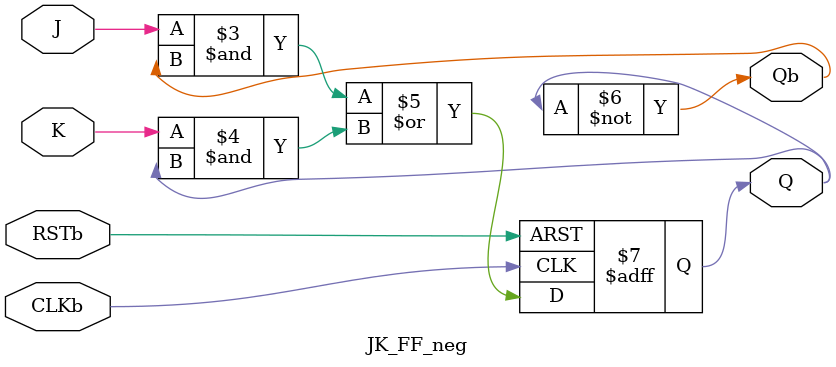
<source format=sv>
/*
 * Author: Dr. Hansen   
 * Date: Feb. 16, 2022
 *
 * Description: 
 * Implements a negative-edge JK flip-flop.
 * On the negative edge of CLKb, Q := JQ' + KQ  
 * Asynchronous, negative-edge reset
 *
 * Inputs:
 * J - J input
 * K - K input
 * CLKb - Negative edge clock input 
 * RSTb - Asynchronous, negative edge reset
 * 
 * Outputs:
 * Q - Outputs JQ' + KQ on negative edge of CLKb
 * Qb - Outputs Q' on negative edge of CLKb
 * 
 * History: 
 * Feb. 16, 2022 - Created
*/

module JK_FF_neg (
    input logic J, K, CLKb, RSTb,
    output logic Q, Qb
);

always_ff @(negedge CLKb, negedge RSTb)
begin 
    if (RSTb == 1'b0)
        begin
            Q <= 1'b0; 
        end
    else
        begin
            Q <= (J & Qb) | (K & Q);
        end
end

assign Qb = ~Q;

endmodule
</source>
